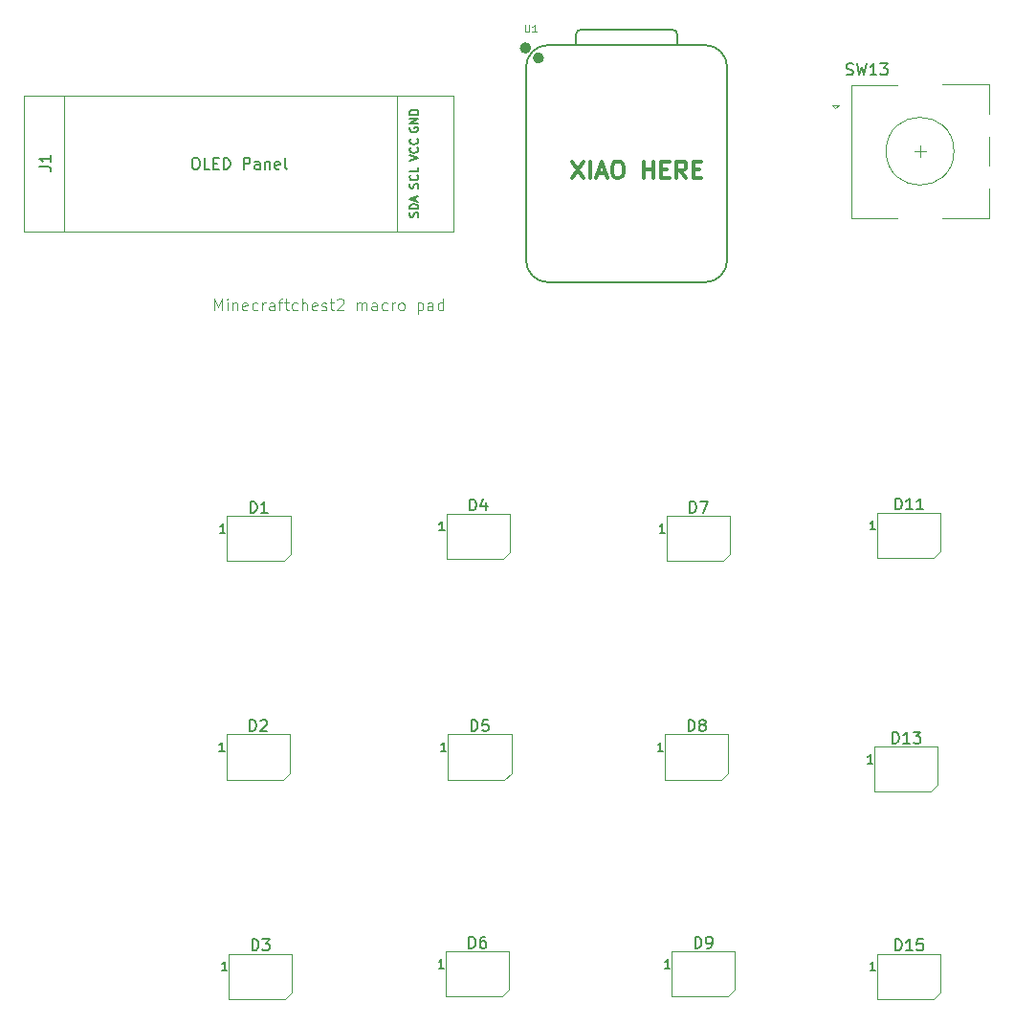
<source format=gbr>
%TF.GenerationSoftware,KiCad,Pcbnew,9.0.2-2.fc42*%
%TF.CreationDate,2025-06-07T11:28:52-05:00*%
%TF.ProjectId,macro_pad,6d616372-6f5f-4706-9164-2e6b69636164,rev?*%
%TF.SameCoordinates,Original*%
%TF.FileFunction,Legend,Top*%
%TF.FilePolarity,Positive*%
%FSLAX46Y46*%
G04 Gerber Fmt 4.6, Leading zero omitted, Abs format (unit mm)*
G04 Created by KiCad (PCBNEW 9.0.2-2.fc42) date 2025-06-07 11:28:52*
%MOMM*%
%LPD*%
G01*
G04 APERTURE LIST*
%ADD10C,0.125000*%
%ADD11C,0.300000*%
%ADD12C,0.150000*%
%ADD13C,0.101600*%
%ADD14C,0.120000*%
%ADD15C,0.127000*%
%ADD16C,0.100000*%
%ADD17C,0.504000*%
%ADD18C,0.040000*%
G04 APERTURE END LIST*
D10*
X72720331Y-42671119D02*
X72720331Y-41671119D01*
X72720331Y-41671119D02*
X73053664Y-42385404D01*
X73053664Y-42385404D02*
X73386997Y-41671119D01*
X73386997Y-41671119D02*
X73386997Y-42671119D01*
X73863188Y-42671119D02*
X73863188Y-42004452D01*
X73863188Y-41671119D02*
X73815569Y-41718738D01*
X73815569Y-41718738D02*
X73863188Y-41766357D01*
X73863188Y-41766357D02*
X73910807Y-41718738D01*
X73910807Y-41718738D02*
X73863188Y-41671119D01*
X73863188Y-41671119D02*
X73863188Y-41766357D01*
X74339378Y-42004452D02*
X74339378Y-42671119D01*
X74339378Y-42099690D02*
X74386997Y-42052071D01*
X74386997Y-42052071D02*
X74482235Y-42004452D01*
X74482235Y-42004452D02*
X74625092Y-42004452D01*
X74625092Y-42004452D02*
X74720330Y-42052071D01*
X74720330Y-42052071D02*
X74767949Y-42147309D01*
X74767949Y-42147309D02*
X74767949Y-42671119D01*
X75625092Y-42623500D02*
X75529854Y-42671119D01*
X75529854Y-42671119D02*
X75339378Y-42671119D01*
X75339378Y-42671119D02*
X75244140Y-42623500D01*
X75244140Y-42623500D02*
X75196521Y-42528261D01*
X75196521Y-42528261D02*
X75196521Y-42147309D01*
X75196521Y-42147309D02*
X75244140Y-42052071D01*
X75244140Y-42052071D02*
X75339378Y-42004452D01*
X75339378Y-42004452D02*
X75529854Y-42004452D01*
X75529854Y-42004452D02*
X75625092Y-42052071D01*
X75625092Y-42052071D02*
X75672711Y-42147309D01*
X75672711Y-42147309D02*
X75672711Y-42242547D01*
X75672711Y-42242547D02*
X75196521Y-42337785D01*
X76529854Y-42623500D02*
X76434616Y-42671119D01*
X76434616Y-42671119D02*
X76244140Y-42671119D01*
X76244140Y-42671119D02*
X76148902Y-42623500D01*
X76148902Y-42623500D02*
X76101283Y-42575880D01*
X76101283Y-42575880D02*
X76053664Y-42480642D01*
X76053664Y-42480642D02*
X76053664Y-42194928D01*
X76053664Y-42194928D02*
X76101283Y-42099690D01*
X76101283Y-42099690D02*
X76148902Y-42052071D01*
X76148902Y-42052071D02*
X76244140Y-42004452D01*
X76244140Y-42004452D02*
X76434616Y-42004452D01*
X76434616Y-42004452D02*
X76529854Y-42052071D01*
X76958426Y-42671119D02*
X76958426Y-42004452D01*
X76958426Y-42194928D02*
X77006045Y-42099690D01*
X77006045Y-42099690D02*
X77053664Y-42052071D01*
X77053664Y-42052071D02*
X77148902Y-42004452D01*
X77148902Y-42004452D02*
X77244140Y-42004452D01*
X78006045Y-42671119D02*
X78006045Y-42147309D01*
X78006045Y-42147309D02*
X77958426Y-42052071D01*
X77958426Y-42052071D02*
X77863188Y-42004452D01*
X77863188Y-42004452D02*
X77672712Y-42004452D01*
X77672712Y-42004452D02*
X77577474Y-42052071D01*
X78006045Y-42623500D02*
X77910807Y-42671119D01*
X77910807Y-42671119D02*
X77672712Y-42671119D01*
X77672712Y-42671119D02*
X77577474Y-42623500D01*
X77577474Y-42623500D02*
X77529855Y-42528261D01*
X77529855Y-42528261D02*
X77529855Y-42433023D01*
X77529855Y-42433023D02*
X77577474Y-42337785D01*
X77577474Y-42337785D02*
X77672712Y-42290166D01*
X77672712Y-42290166D02*
X77910807Y-42290166D01*
X77910807Y-42290166D02*
X78006045Y-42242547D01*
X78339379Y-42004452D02*
X78720331Y-42004452D01*
X78482236Y-42671119D02*
X78482236Y-41813976D01*
X78482236Y-41813976D02*
X78529855Y-41718738D01*
X78529855Y-41718738D02*
X78625093Y-41671119D01*
X78625093Y-41671119D02*
X78720331Y-41671119D01*
X78910808Y-42004452D02*
X79291760Y-42004452D01*
X79053665Y-41671119D02*
X79053665Y-42528261D01*
X79053665Y-42528261D02*
X79101284Y-42623500D01*
X79101284Y-42623500D02*
X79196522Y-42671119D01*
X79196522Y-42671119D02*
X79291760Y-42671119D01*
X80053665Y-42623500D02*
X79958427Y-42671119D01*
X79958427Y-42671119D02*
X79767951Y-42671119D01*
X79767951Y-42671119D02*
X79672713Y-42623500D01*
X79672713Y-42623500D02*
X79625094Y-42575880D01*
X79625094Y-42575880D02*
X79577475Y-42480642D01*
X79577475Y-42480642D02*
X79577475Y-42194928D01*
X79577475Y-42194928D02*
X79625094Y-42099690D01*
X79625094Y-42099690D02*
X79672713Y-42052071D01*
X79672713Y-42052071D02*
X79767951Y-42004452D01*
X79767951Y-42004452D02*
X79958427Y-42004452D01*
X79958427Y-42004452D02*
X80053665Y-42052071D01*
X80482237Y-42671119D02*
X80482237Y-41671119D01*
X80910808Y-42671119D02*
X80910808Y-42147309D01*
X80910808Y-42147309D02*
X80863189Y-42052071D01*
X80863189Y-42052071D02*
X80767951Y-42004452D01*
X80767951Y-42004452D02*
X80625094Y-42004452D01*
X80625094Y-42004452D02*
X80529856Y-42052071D01*
X80529856Y-42052071D02*
X80482237Y-42099690D01*
X81767951Y-42623500D02*
X81672713Y-42671119D01*
X81672713Y-42671119D02*
X81482237Y-42671119D01*
X81482237Y-42671119D02*
X81386999Y-42623500D01*
X81386999Y-42623500D02*
X81339380Y-42528261D01*
X81339380Y-42528261D02*
X81339380Y-42147309D01*
X81339380Y-42147309D02*
X81386999Y-42052071D01*
X81386999Y-42052071D02*
X81482237Y-42004452D01*
X81482237Y-42004452D02*
X81672713Y-42004452D01*
X81672713Y-42004452D02*
X81767951Y-42052071D01*
X81767951Y-42052071D02*
X81815570Y-42147309D01*
X81815570Y-42147309D02*
X81815570Y-42242547D01*
X81815570Y-42242547D02*
X81339380Y-42337785D01*
X82196523Y-42623500D02*
X82291761Y-42671119D01*
X82291761Y-42671119D02*
X82482237Y-42671119D01*
X82482237Y-42671119D02*
X82577475Y-42623500D01*
X82577475Y-42623500D02*
X82625094Y-42528261D01*
X82625094Y-42528261D02*
X82625094Y-42480642D01*
X82625094Y-42480642D02*
X82577475Y-42385404D01*
X82577475Y-42385404D02*
X82482237Y-42337785D01*
X82482237Y-42337785D02*
X82339380Y-42337785D01*
X82339380Y-42337785D02*
X82244142Y-42290166D01*
X82244142Y-42290166D02*
X82196523Y-42194928D01*
X82196523Y-42194928D02*
X82196523Y-42147309D01*
X82196523Y-42147309D02*
X82244142Y-42052071D01*
X82244142Y-42052071D02*
X82339380Y-42004452D01*
X82339380Y-42004452D02*
X82482237Y-42004452D01*
X82482237Y-42004452D02*
X82577475Y-42052071D01*
X82910809Y-42004452D02*
X83291761Y-42004452D01*
X83053666Y-41671119D02*
X83053666Y-42528261D01*
X83053666Y-42528261D02*
X83101285Y-42623500D01*
X83101285Y-42623500D02*
X83196523Y-42671119D01*
X83196523Y-42671119D02*
X83291761Y-42671119D01*
X83577476Y-41766357D02*
X83625095Y-41718738D01*
X83625095Y-41718738D02*
X83720333Y-41671119D01*
X83720333Y-41671119D02*
X83958428Y-41671119D01*
X83958428Y-41671119D02*
X84053666Y-41718738D01*
X84053666Y-41718738D02*
X84101285Y-41766357D01*
X84101285Y-41766357D02*
X84148904Y-41861595D01*
X84148904Y-41861595D02*
X84148904Y-41956833D01*
X84148904Y-41956833D02*
X84101285Y-42099690D01*
X84101285Y-42099690D02*
X83529857Y-42671119D01*
X83529857Y-42671119D02*
X84148904Y-42671119D01*
X85339381Y-42671119D02*
X85339381Y-42004452D01*
X85339381Y-42099690D02*
X85387000Y-42052071D01*
X85387000Y-42052071D02*
X85482238Y-42004452D01*
X85482238Y-42004452D02*
X85625095Y-42004452D01*
X85625095Y-42004452D02*
X85720333Y-42052071D01*
X85720333Y-42052071D02*
X85767952Y-42147309D01*
X85767952Y-42147309D02*
X85767952Y-42671119D01*
X85767952Y-42147309D02*
X85815571Y-42052071D01*
X85815571Y-42052071D02*
X85910809Y-42004452D01*
X85910809Y-42004452D02*
X86053666Y-42004452D01*
X86053666Y-42004452D02*
X86148905Y-42052071D01*
X86148905Y-42052071D02*
X86196524Y-42147309D01*
X86196524Y-42147309D02*
X86196524Y-42671119D01*
X87101285Y-42671119D02*
X87101285Y-42147309D01*
X87101285Y-42147309D02*
X87053666Y-42052071D01*
X87053666Y-42052071D02*
X86958428Y-42004452D01*
X86958428Y-42004452D02*
X86767952Y-42004452D01*
X86767952Y-42004452D02*
X86672714Y-42052071D01*
X87101285Y-42623500D02*
X87006047Y-42671119D01*
X87006047Y-42671119D02*
X86767952Y-42671119D01*
X86767952Y-42671119D02*
X86672714Y-42623500D01*
X86672714Y-42623500D02*
X86625095Y-42528261D01*
X86625095Y-42528261D02*
X86625095Y-42433023D01*
X86625095Y-42433023D02*
X86672714Y-42337785D01*
X86672714Y-42337785D02*
X86767952Y-42290166D01*
X86767952Y-42290166D02*
X87006047Y-42290166D01*
X87006047Y-42290166D02*
X87101285Y-42242547D01*
X88006047Y-42623500D02*
X87910809Y-42671119D01*
X87910809Y-42671119D02*
X87720333Y-42671119D01*
X87720333Y-42671119D02*
X87625095Y-42623500D01*
X87625095Y-42623500D02*
X87577476Y-42575880D01*
X87577476Y-42575880D02*
X87529857Y-42480642D01*
X87529857Y-42480642D02*
X87529857Y-42194928D01*
X87529857Y-42194928D02*
X87577476Y-42099690D01*
X87577476Y-42099690D02*
X87625095Y-42052071D01*
X87625095Y-42052071D02*
X87720333Y-42004452D01*
X87720333Y-42004452D02*
X87910809Y-42004452D01*
X87910809Y-42004452D02*
X88006047Y-42052071D01*
X88434619Y-42671119D02*
X88434619Y-42004452D01*
X88434619Y-42194928D02*
X88482238Y-42099690D01*
X88482238Y-42099690D02*
X88529857Y-42052071D01*
X88529857Y-42052071D02*
X88625095Y-42004452D01*
X88625095Y-42004452D02*
X88720333Y-42004452D01*
X89196524Y-42671119D02*
X89101286Y-42623500D01*
X89101286Y-42623500D02*
X89053667Y-42575880D01*
X89053667Y-42575880D02*
X89006048Y-42480642D01*
X89006048Y-42480642D02*
X89006048Y-42194928D01*
X89006048Y-42194928D02*
X89053667Y-42099690D01*
X89053667Y-42099690D02*
X89101286Y-42052071D01*
X89101286Y-42052071D02*
X89196524Y-42004452D01*
X89196524Y-42004452D02*
X89339381Y-42004452D01*
X89339381Y-42004452D02*
X89434619Y-42052071D01*
X89434619Y-42052071D02*
X89482238Y-42099690D01*
X89482238Y-42099690D02*
X89529857Y-42194928D01*
X89529857Y-42194928D02*
X89529857Y-42480642D01*
X89529857Y-42480642D02*
X89482238Y-42575880D01*
X89482238Y-42575880D02*
X89434619Y-42623500D01*
X89434619Y-42623500D02*
X89339381Y-42671119D01*
X89339381Y-42671119D02*
X89196524Y-42671119D01*
X90720334Y-42004452D02*
X90720334Y-43004452D01*
X90720334Y-42052071D02*
X90815572Y-42004452D01*
X90815572Y-42004452D02*
X91006048Y-42004452D01*
X91006048Y-42004452D02*
X91101286Y-42052071D01*
X91101286Y-42052071D02*
X91148905Y-42099690D01*
X91148905Y-42099690D02*
X91196524Y-42194928D01*
X91196524Y-42194928D02*
X91196524Y-42480642D01*
X91196524Y-42480642D02*
X91148905Y-42575880D01*
X91148905Y-42575880D02*
X91101286Y-42623500D01*
X91101286Y-42623500D02*
X91006048Y-42671119D01*
X91006048Y-42671119D02*
X90815572Y-42671119D01*
X90815572Y-42671119D02*
X90720334Y-42623500D01*
X92053667Y-42671119D02*
X92053667Y-42147309D01*
X92053667Y-42147309D02*
X92006048Y-42052071D01*
X92006048Y-42052071D02*
X91910810Y-42004452D01*
X91910810Y-42004452D02*
X91720334Y-42004452D01*
X91720334Y-42004452D02*
X91625096Y-42052071D01*
X92053667Y-42623500D02*
X91958429Y-42671119D01*
X91958429Y-42671119D02*
X91720334Y-42671119D01*
X91720334Y-42671119D02*
X91625096Y-42623500D01*
X91625096Y-42623500D02*
X91577477Y-42528261D01*
X91577477Y-42528261D02*
X91577477Y-42433023D01*
X91577477Y-42433023D02*
X91625096Y-42337785D01*
X91625096Y-42337785D02*
X91720334Y-42290166D01*
X91720334Y-42290166D02*
X91958429Y-42290166D01*
X91958429Y-42290166D02*
X92053667Y-42242547D01*
X92958429Y-42671119D02*
X92958429Y-41671119D01*
X92958429Y-42623500D02*
X92863191Y-42671119D01*
X92863191Y-42671119D02*
X92672715Y-42671119D01*
X92672715Y-42671119D02*
X92577477Y-42623500D01*
X92577477Y-42623500D02*
X92529858Y-42575880D01*
X92529858Y-42575880D02*
X92482239Y-42480642D01*
X92482239Y-42480642D02*
X92482239Y-42194928D01*
X92482239Y-42194928D02*
X92529858Y-42099690D01*
X92529858Y-42099690D02*
X92577477Y-42052071D01*
X92577477Y-42052071D02*
X92672715Y-42004452D01*
X92672715Y-42004452D02*
X92863191Y-42004452D01*
X92863191Y-42004452D02*
X92958429Y-42052071D01*
D11*
X104411653Y-29500828D02*
X105411653Y-31000828D01*
X105411653Y-29500828D02*
X104411653Y-31000828D01*
X105983081Y-31000828D02*
X105983081Y-29500828D01*
X106625939Y-30572257D02*
X107340225Y-30572257D01*
X106483082Y-31000828D02*
X106983082Y-29500828D01*
X106983082Y-29500828D02*
X107483082Y-31000828D01*
X108268796Y-29500828D02*
X108554510Y-29500828D01*
X108554510Y-29500828D02*
X108697367Y-29572257D01*
X108697367Y-29572257D02*
X108840224Y-29715114D01*
X108840224Y-29715114D02*
X108911653Y-30000828D01*
X108911653Y-30000828D02*
X108911653Y-30500828D01*
X108911653Y-30500828D02*
X108840224Y-30786542D01*
X108840224Y-30786542D02*
X108697367Y-30929400D01*
X108697367Y-30929400D02*
X108554510Y-31000828D01*
X108554510Y-31000828D02*
X108268796Y-31000828D01*
X108268796Y-31000828D02*
X108125939Y-30929400D01*
X108125939Y-30929400D02*
X107983081Y-30786542D01*
X107983081Y-30786542D02*
X107911653Y-30500828D01*
X107911653Y-30500828D02*
X107911653Y-30000828D01*
X107911653Y-30000828D02*
X107983081Y-29715114D01*
X107983081Y-29715114D02*
X108125939Y-29572257D01*
X108125939Y-29572257D02*
X108268796Y-29500828D01*
X110697367Y-31000828D02*
X110697367Y-29500828D01*
X110697367Y-30215114D02*
X111554510Y-30215114D01*
X111554510Y-31000828D02*
X111554510Y-29500828D01*
X112268796Y-30215114D02*
X112768796Y-30215114D01*
X112983082Y-31000828D02*
X112268796Y-31000828D01*
X112268796Y-31000828D02*
X112268796Y-29500828D01*
X112268796Y-29500828D02*
X112983082Y-29500828D01*
X114483082Y-31000828D02*
X113983082Y-30286542D01*
X113625939Y-31000828D02*
X113625939Y-29500828D01*
X113625939Y-29500828D02*
X114197368Y-29500828D01*
X114197368Y-29500828D02*
X114340225Y-29572257D01*
X114340225Y-29572257D02*
X114411654Y-29643685D01*
X114411654Y-29643685D02*
X114483082Y-29786542D01*
X114483082Y-29786542D02*
X114483082Y-30000828D01*
X114483082Y-30000828D02*
X114411654Y-30143685D01*
X114411654Y-30143685D02*
X114340225Y-30215114D01*
X114340225Y-30215114D02*
X114197368Y-30286542D01*
X114197368Y-30286542D02*
X113625939Y-30286542D01*
X115125939Y-30215114D02*
X115625939Y-30215114D01*
X115840225Y-31000828D02*
X115125939Y-31000828D01*
X115125939Y-31000828D02*
X115125939Y-29500828D01*
X115125939Y-29500828D02*
X115840225Y-29500828D01*
D12*
X128665476Y-21807200D02*
X128808333Y-21854819D01*
X128808333Y-21854819D02*
X129046428Y-21854819D01*
X129046428Y-21854819D02*
X129141666Y-21807200D01*
X129141666Y-21807200D02*
X129189285Y-21759580D01*
X129189285Y-21759580D02*
X129236904Y-21664342D01*
X129236904Y-21664342D02*
X129236904Y-21569104D01*
X129236904Y-21569104D02*
X129189285Y-21473866D01*
X129189285Y-21473866D02*
X129141666Y-21426247D01*
X129141666Y-21426247D02*
X129046428Y-21378628D01*
X129046428Y-21378628D02*
X128855952Y-21331009D01*
X128855952Y-21331009D02*
X128760714Y-21283390D01*
X128760714Y-21283390D02*
X128713095Y-21235771D01*
X128713095Y-21235771D02*
X128665476Y-21140533D01*
X128665476Y-21140533D02*
X128665476Y-21045295D01*
X128665476Y-21045295D02*
X128713095Y-20950057D01*
X128713095Y-20950057D02*
X128760714Y-20902438D01*
X128760714Y-20902438D02*
X128855952Y-20854819D01*
X128855952Y-20854819D02*
X129094047Y-20854819D01*
X129094047Y-20854819D02*
X129236904Y-20902438D01*
X129570238Y-20854819D02*
X129808333Y-21854819D01*
X129808333Y-21854819D02*
X129998809Y-21140533D01*
X129998809Y-21140533D02*
X130189285Y-21854819D01*
X130189285Y-21854819D02*
X130427381Y-20854819D01*
X131332142Y-21854819D02*
X130760714Y-21854819D01*
X131046428Y-21854819D02*
X131046428Y-20854819D01*
X131046428Y-20854819D02*
X130951190Y-20997676D01*
X130951190Y-20997676D02*
X130855952Y-21092914D01*
X130855952Y-21092914D02*
X130760714Y-21140533D01*
X131665476Y-20854819D02*
X132284523Y-20854819D01*
X132284523Y-20854819D02*
X131951190Y-21235771D01*
X131951190Y-21235771D02*
X132094047Y-21235771D01*
X132094047Y-21235771D02*
X132189285Y-21283390D01*
X132189285Y-21283390D02*
X132236904Y-21331009D01*
X132236904Y-21331009D02*
X132284523Y-21426247D01*
X132284523Y-21426247D02*
X132284523Y-21664342D01*
X132284523Y-21664342D02*
X132236904Y-21759580D01*
X132236904Y-21759580D02*
X132189285Y-21807200D01*
X132189285Y-21807200D02*
X132094047Y-21854819D01*
X132094047Y-21854819D02*
X131808333Y-21854819D01*
X131808333Y-21854819D02*
X131713095Y-21807200D01*
X131713095Y-21807200D02*
X131665476Y-21759580D01*
D13*
X100216190Y-17421979D02*
X100216190Y-17936026D01*
X100216190Y-17936026D02*
X100246428Y-17996502D01*
X100246428Y-17996502D02*
X100276666Y-18026741D01*
X100276666Y-18026741D02*
X100337142Y-18056979D01*
X100337142Y-18056979D02*
X100458095Y-18056979D01*
X100458095Y-18056979D02*
X100518571Y-18026741D01*
X100518571Y-18026741D02*
X100548809Y-17996502D01*
X100548809Y-17996502D02*
X100579047Y-17936026D01*
X100579047Y-17936026D02*
X100579047Y-17421979D01*
X101214047Y-18056979D02*
X100851190Y-18056979D01*
X101032618Y-18056979D02*
X101032618Y-17421979D01*
X101032618Y-17421979D02*
X100972142Y-17512693D01*
X100972142Y-17512693D02*
X100911666Y-17573169D01*
X100911666Y-17573169D02*
X100851190Y-17603407D01*
D12*
X57254819Y-29973333D02*
X57969104Y-29973333D01*
X57969104Y-29973333D02*
X58111961Y-30020952D01*
X58111961Y-30020952D02*
X58207200Y-30116190D01*
X58207200Y-30116190D02*
X58254819Y-30259047D01*
X58254819Y-30259047D02*
X58254819Y-30354285D01*
X58254819Y-28973333D02*
X58254819Y-29544761D01*
X58254819Y-29259047D02*
X57254819Y-29259047D01*
X57254819Y-29259047D02*
X57397676Y-29354285D01*
X57397676Y-29354285D02*
X57492914Y-29449523D01*
X57492914Y-29449523D02*
X57540533Y-29544761D01*
X70971428Y-29184819D02*
X71161904Y-29184819D01*
X71161904Y-29184819D02*
X71257142Y-29232438D01*
X71257142Y-29232438D02*
X71352380Y-29327676D01*
X71352380Y-29327676D02*
X71399999Y-29518152D01*
X71399999Y-29518152D02*
X71399999Y-29851485D01*
X71399999Y-29851485D02*
X71352380Y-30041961D01*
X71352380Y-30041961D02*
X71257142Y-30137200D01*
X71257142Y-30137200D02*
X71161904Y-30184819D01*
X71161904Y-30184819D02*
X70971428Y-30184819D01*
X70971428Y-30184819D02*
X70876190Y-30137200D01*
X70876190Y-30137200D02*
X70780952Y-30041961D01*
X70780952Y-30041961D02*
X70733333Y-29851485D01*
X70733333Y-29851485D02*
X70733333Y-29518152D01*
X70733333Y-29518152D02*
X70780952Y-29327676D01*
X70780952Y-29327676D02*
X70876190Y-29232438D01*
X70876190Y-29232438D02*
X70971428Y-29184819D01*
X72304761Y-30184819D02*
X71828571Y-30184819D01*
X71828571Y-30184819D02*
X71828571Y-29184819D01*
X72638095Y-29661009D02*
X72971428Y-29661009D01*
X73114285Y-30184819D02*
X72638095Y-30184819D01*
X72638095Y-30184819D02*
X72638095Y-29184819D01*
X72638095Y-29184819D02*
X73114285Y-29184819D01*
X73542857Y-30184819D02*
X73542857Y-29184819D01*
X73542857Y-29184819D02*
X73780952Y-29184819D01*
X73780952Y-29184819D02*
X73923809Y-29232438D01*
X73923809Y-29232438D02*
X74019047Y-29327676D01*
X74019047Y-29327676D02*
X74066666Y-29422914D01*
X74066666Y-29422914D02*
X74114285Y-29613390D01*
X74114285Y-29613390D02*
X74114285Y-29756247D01*
X74114285Y-29756247D02*
X74066666Y-29946723D01*
X74066666Y-29946723D02*
X74019047Y-30041961D01*
X74019047Y-30041961D02*
X73923809Y-30137200D01*
X73923809Y-30137200D02*
X73780952Y-30184819D01*
X73780952Y-30184819D02*
X73542857Y-30184819D01*
X75304762Y-30184819D02*
X75304762Y-29184819D01*
X75304762Y-29184819D02*
X75685714Y-29184819D01*
X75685714Y-29184819D02*
X75780952Y-29232438D01*
X75780952Y-29232438D02*
X75828571Y-29280057D01*
X75828571Y-29280057D02*
X75876190Y-29375295D01*
X75876190Y-29375295D02*
X75876190Y-29518152D01*
X75876190Y-29518152D02*
X75828571Y-29613390D01*
X75828571Y-29613390D02*
X75780952Y-29661009D01*
X75780952Y-29661009D02*
X75685714Y-29708628D01*
X75685714Y-29708628D02*
X75304762Y-29708628D01*
X76733333Y-30184819D02*
X76733333Y-29661009D01*
X76733333Y-29661009D02*
X76685714Y-29565771D01*
X76685714Y-29565771D02*
X76590476Y-29518152D01*
X76590476Y-29518152D02*
X76400000Y-29518152D01*
X76400000Y-29518152D02*
X76304762Y-29565771D01*
X76733333Y-30137200D02*
X76638095Y-30184819D01*
X76638095Y-30184819D02*
X76400000Y-30184819D01*
X76400000Y-30184819D02*
X76304762Y-30137200D01*
X76304762Y-30137200D02*
X76257143Y-30041961D01*
X76257143Y-30041961D02*
X76257143Y-29946723D01*
X76257143Y-29946723D02*
X76304762Y-29851485D01*
X76304762Y-29851485D02*
X76400000Y-29803866D01*
X76400000Y-29803866D02*
X76638095Y-29803866D01*
X76638095Y-29803866D02*
X76733333Y-29756247D01*
X77209524Y-29518152D02*
X77209524Y-30184819D01*
X77209524Y-29613390D02*
X77257143Y-29565771D01*
X77257143Y-29565771D02*
X77352381Y-29518152D01*
X77352381Y-29518152D02*
X77495238Y-29518152D01*
X77495238Y-29518152D02*
X77590476Y-29565771D01*
X77590476Y-29565771D02*
X77638095Y-29661009D01*
X77638095Y-29661009D02*
X77638095Y-30184819D01*
X78495238Y-30137200D02*
X78400000Y-30184819D01*
X78400000Y-30184819D02*
X78209524Y-30184819D01*
X78209524Y-30184819D02*
X78114286Y-30137200D01*
X78114286Y-30137200D02*
X78066667Y-30041961D01*
X78066667Y-30041961D02*
X78066667Y-29661009D01*
X78066667Y-29661009D02*
X78114286Y-29565771D01*
X78114286Y-29565771D02*
X78209524Y-29518152D01*
X78209524Y-29518152D02*
X78400000Y-29518152D01*
X78400000Y-29518152D02*
X78495238Y-29565771D01*
X78495238Y-29565771D02*
X78542857Y-29661009D01*
X78542857Y-29661009D02*
X78542857Y-29756247D01*
X78542857Y-29756247D02*
X78066667Y-29851485D01*
X79114286Y-30184819D02*
X79019048Y-30137200D01*
X79019048Y-30137200D02*
X78971429Y-30041961D01*
X78971429Y-30041961D02*
X78971429Y-29184819D01*
X90024878Y-26491428D02*
X89989164Y-26562857D01*
X89989164Y-26562857D02*
X89989164Y-26669999D01*
X89989164Y-26669999D02*
X90024878Y-26777142D01*
X90024878Y-26777142D02*
X90096307Y-26848571D01*
X90096307Y-26848571D02*
X90167735Y-26884285D01*
X90167735Y-26884285D02*
X90310592Y-26919999D01*
X90310592Y-26919999D02*
X90417735Y-26919999D01*
X90417735Y-26919999D02*
X90560592Y-26884285D01*
X90560592Y-26884285D02*
X90632021Y-26848571D01*
X90632021Y-26848571D02*
X90703450Y-26777142D01*
X90703450Y-26777142D02*
X90739164Y-26669999D01*
X90739164Y-26669999D02*
X90739164Y-26598571D01*
X90739164Y-26598571D02*
X90703450Y-26491428D01*
X90703450Y-26491428D02*
X90667735Y-26455714D01*
X90667735Y-26455714D02*
X90417735Y-26455714D01*
X90417735Y-26455714D02*
X90417735Y-26598571D01*
X90739164Y-26134285D02*
X89989164Y-26134285D01*
X89989164Y-26134285D02*
X90739164Y-25705714D01*
X90739164Y-25705714D02*
X89989164Y-25705714D01*
X90739164Y-25348571D02*
X89989164Y-25348571D01*
X89989164Y-25348571D02*
X89989164Y-25170000D01*
X89989164Y-25170000D02*
X90024878Y-25062857D01*
X90024878Y-25062857D02*
X90096307Y-24991428D01*
X90096307Y-24991428D02*
X90167735Y-24955714D01*
X90167735Y-24955714D02*
X90310592Y-24920000D01*
X90310592Y-24920000D02*
X90417735Y-24920000D01*
X90417735Y-24920000D02*
X90560592Y-24955714D01*
X90560592Y-24955714D02*
X90632021Y-24991428D01*
X90632021Y-24991428D02*
X90703450Y-25062857D01*
X90703450Y-25062857D02*
X90739164Y-25170000D01*
X90739164Y-25170000D02*
X90739164Y-25348571D01*
X89989164Y-29459999D02*
X90739164Y-29209999D01*
X90739164Y-29209999D02*
X89989164Y-28959999D01*
X90667735Y-28281428D02*
X90703450Y-28317142D01*
X90703450Y-28317142D02*
X90739164Y-28424285D01*
X90739164Y-28424285D02*
X90739164Y-28495713D01*
X90739164Y-28495713D02*
X90703450Y-28602856D01*
X90703450Y-28602856D02*
X90632021Y-28674285D01*
X90632021Y-28674285D02*
X90560592Y-28709999D01*
X90560592Y-28709999D02*
X90417735Y-28745713D01*
X90417735Y-28745713D02*
X90310592Y-28745713D01*
X90310592Y-28745713D02*
X90167735Y-28709999D01*
X90167735Y-28709999D02*
X90096307Y-28674285D01*
X90096307Y-28674285D02*
X90024878Y-28602856D01*
X90024878Y-28602856D02*
X89989164Y-28495713D01*
X89989164Y-28495713D02*
X89989164Y-28424285D01*
X89989164Y-28424285D02*
X90024878Y-28317142D01*
X90024878Y-28317142D02*
X90060592Y-28281428D01*
X90667735Y-27531428D02*
X90703450Y-27567142D01*
X90703450Y-27567142D02*
X90739164Y-27674285D01*
X90739164Y-27674285D02*
X90739164Y-27745713D01*
X90739164Y-27745713D02*
X90703450Y-27852856D01*
X90703450Y-27852856D02*
X90632021Y-27924285D01*
X90632021Y-27924285D02*
X90560592Y-27959999D01*
X90560592Y-27959999D02*
X90417735Y-27995713D01*
X90417735Y-27995713D02*
X90310592Y-27995713D01*
X90310592Y-27995713D02*
X90167735Y-27959999D01*
X90167735Y-27959999D02*
X90096307Y-27924285D01*
X90096307Y-27924285D02*
X90024878Y-27852856D01*
X90024878Y-27852856D02*
X89989164Y-27745713D01*
X89989164Y-27745713D02*
X89989164Y-27674285D01*
X89989164Y-27674285D02*
X90024878Y-27567142D01*
X90024878Y-27567142D02*
X90060592Y-27531428D01*
X90703450Y-31892856D02*
X90739164Y-31785714D01*
X90739164Y-31785714D02*
X90739164Y-31607142D01*
X90739164Y-31607142D02*
X90703450Y-31535714D01*
X90703450Y-31535714D02*
X90667735Y-31499999D01*
X90667735Y-31499999D02*
X90596307Y-31464285D01*
X90596307Y-31464285D02*
X90524878Y-31464285D01*
X90524878Y-31464285D02*
X90453450Y-31499999D01*
X90453450Y-31499999D02*
X90417735Y-31535714D01*
X90417735Y-31535714D02*
X90382021Y-31607142D01*
X90382021Y-31607142D02*
X90346307Y-31749999D01*
X90346307Y-31749999D02*
X90310592Y-31821428D01*
X90310592Y-31821428D02*
X90274878Y-31857142D01*
X90274878Y-31857142D02*
X90203450Y-31892856D01*
X90203450Y-31892856D02*
X90132021Y-31892856D01*
X90132021Y-31892856D02*
X90060592Y-31857142D01*
X90060592Y-31857142D02*
X90024878Y-31821428D01*
X90024878Y-31821428D02*
X89989164Y-31749999D01*
X89989164Y-31749999D02*
X89989164Y-31571428D01*
X89989164Y-31571428D02*
X90024878Y-31464285D01*
X90667735Y-30714285D02*
X90703450Y-30749999D01*
X90703450Y-30749999D02*
X90739164Y-30857142D01*
X90739164Y-30857142D02*
X90739164Y-30928570D01*
X90739164Y-30928570D02*
X90703450Y-31035713D01*
X90703450Y-31035713D02*
X90632021Y-31107142D01*
X90632021Y-31107142D02*
X90560592Y-31142856D01*
X90560592Y-31142856D02*
X90417735Y-31178570D01*
X90417735Y-31178570D02*
X90310592Y-31178570D01*
X90310592Y-31178570D02*
X90167735Y-31142856D01*
X90167735Y-31142856D02*
X90096307Y-31107142D01*
X90096307Y-31107142D02*
X90024878Y-31035713D01*
X90024878Y-31035713D02*
X89989164Y-30928570D01*
X89989164Y-30928570D02*
X89989164Y-30857142D01*
X89989164Y-30857142D02*
X90024878Y-30749999D01*
X90024878Y-30749999D02*
X90060592Y-30714285D01*
X90739164Y-30035713D02*
X90739164Y-30392856D01*
X90739164Y-30392856D02*
X89989164Y-30392856D01*
X90703450Y-34450713D02*
X90739164Y-34343571D01*
X90739164Y-34343571D02*
X90739164Y-34164999D01*
X90739164Y-34164999D02*
X90703450Y-34093571D01*
X90703450Y-34093571D02*
X90667735Y-34057856D01*
X90667735Y-34057856D02*
X90596307Y-34022142D01*
X90596307Y-34022142D02*
X90524878Y-34022142D01*
X90524878Y-34022142D02*
X90453450Y-34057856D01*
X90453450Y-34057856D02*
X90417735Y-34093571D01*
X90417735Y-34093571D02*
X90382021Y-34164999D01*
X90382021Y-34164999D02*
X90346307Y-34307856D01*
X90346307Y-34307856D02*
X90310592Y-34379285D01*
X90310592Y-34379285D02*
X90274878Y-34414999D01*
X90274878Y-34414999D02*
X90203450Y-34450713D01*
X90203450Y-34450713D02*
X90132021Y-34450713D01*
X90132021Y-34450713D02*
X90060592Y-34414999D01*
X90060592Y-34414999D02*
X90024878Y-34379285D01*
X90024878Y-34379285D02*
X89989164Y-34307856D01*
X89989164Y-34307856D02*
X89989164Y-34129285D01*
X89989164Y-34129285D02*
X90024878Y-34022142D01*
X90739164Y-33700713D02*
X89989164Y-33700713D01*
X89989164Y-33700713D02*
X89989164Y-33522142D01*
X89989164Y-33522142D02*
X90024878Y-33414999D01*
X90024878Y-33414999D02*
X90096307Y-33343570D01*
X90096307Y-33343570D02*
X90167735Y-33307856D01*
X90167735Y-33307856D02*
X90310592Y-33272142D01*
X90310592Y-33272142D02*
X90417735Y-33272142D01*
X90417735Y-33272142D02*
X90560592Y-33307856D01*
X90560592Y-33307856D02*
X90632021Y-33343570D01*
X90632021Y-33343570D02*
X90703450Y-33414999D01*
X90703450Y-33414999D02*
X90739164Y-33522142D01*
X90739164Y-33522142D02*
X90739164Y-33700713D01*
X90524878Y-32986427D02*
X90524878Y-32629285D01*
X90739164Y-33057856D02*
X89989164Y-32807856D01*
X89989164Y-32807856D02*
X90739164Y-32557856D01*
X132985714Y-99304819D02*
X132985714Y-98304819D01*
X132985714Y-98304819D02*
X133223809Y-98304819D01*
X133223809Y-98304819D02*
X133366666Y-98352438D01*
X133366666Y-98352438D02*
X133461904Y-98447676D01*
X133461904Y-98447676D02*
X133509523Y-98542914D01*
X133509523Y-98542914D02*
X133557142Y-98733390D01*
X133557142Y-98733390D02*
X133557142Y-98876247D01*
X133557142Y-98876247D02*
X133509523Y-99066723D01*
X133509523Y-99066723D02*
X133461904Y-99161961D01*
X133461904Y-99161961D02*
X133366666Y-99257200D01*
X133366666Y-99257200D02*
X133223809Y-99304819D01*
X133223809Y-99304819D02*
X132985714Y-99304819D01*
X134509523Y-99304819D02*
X133938095Y-99304819D01*
X134223809Y-99304819D02*
X134223809Y-98304819D01*
X134223809Y-98304819D02*
X134128571Y-98447676D01*
X134128571Y-98447676D02*
X134033333Y-98542914D01*
X134033333Y-98542914D02*
X133938095Y-98590533D01*
X135414285Y-98304819D02*
X134938095Y-98304819D01*
X134938095Y-98304819D02*
X134890476Y-98781009D01*
X134890476Y-98781009D02*
X134938095Y-98733390D01*
X134938095Y-98733390D02*
X135033333Y-98685771D01*
X135033333Y-98685771D02*
X135271428Y-98685771D01*
X135271428Y-98685771D02*
X135366666Y-98733390D01*
X135366666Y-98733390D02*
X135414285Y-98781009D01*
X135414285Y-98781009D02*
X135461904Y-98876247D01*
X135461904Y-98876247D02*
X135461904Y-99114342D01*
X135461904Y-99114342D02*
X135414285Y-99209580D01*
X135414285Y-99209580D02*
X135366666Y-99257200D01*
X135366666Y-99257200D02*
X135271428Y-99304819D01*
X135271428Y-99304819D02*
X135033333Y-99304819D01*
X135033333Y-99304819D02*
X134938095Y-99257200D01*
X134938095Y-99257200D02*
X134890476Y-99209580D01*
X131228571Y-101087295D02*
X130771428Y-101087295D01*
X131000000Y-101087295D02*
X131000000Y-100287295D01*
X131000000Y-100287295D02*
X130923809Y-100401580D01*
X130923809Y-100401580D02*
X130847619Y-100477771D01*
X130847619Y-100477771D02*
X130771428Y-100515866D01*
X132735714Y-80979819D02*
X132735714Y-79979819D01*
X132735714Y-79979819D02*
X132973809Y-79979819D01*
X132973809Y-79979819D02*
X133116666Y-80027438D01*
X133116666Y-80027438D02*
X133211904Y-80122676D01*
X133211904Y-80122676D02*
X133259523Y-80217914D01*
X133259523Y-80217914D02*
X133307142Y-80408390D01*
X133307142Y-80408390D02*
X133307142Y-80551247D01*
X133307142Y-80551247D02*
X133259523Y-80741723D01*
X133259523Y-80741723D02*
X133211904Y-80836961D01*
X133211904Y-80836961D02*
X133116666Y-80932200D01*
X133116666Y-80932200D02*
X132973809Y-80979819D01*
X132973809Y-80979819D02*
X132735714Y-80979819D01*
X134259523Y-80979819D02*
X133688095Y-80979819D01*
X133973809Y-80979819D02*
X133973809Y-79979819D01*
X133973809Y-79979819D02*
X133878571Y-80122676D01*
X133878571Y-80122676D02*
X133783333Y-80217914D01*
X133783333Y-80217914D02*
X133688095Y-80265533D01*
X134592857Y-79979819D02*
X135211904Y-79979819D01*
X135211904Y-79979819D02*
X134878571Y-80360771D01*
X134878571Y-80360771D02*
X135021428Y-80360771D01*
X135021428Y-80360771D02*
X135116666Y-80408390D01*
X135116666Y-80408390D02*
X135164285Y-80456009D01*
X135164285Y-80456009D02*
X135211904Y-80551247D01*
X135211904Y-80551247D02*
X135211904Y-80789342D01*
X135211904Y-80789342D02*
X135164285Y-80884580D01*
X135164285Y-80884580D02*
X135116666Y-80932200D01*
X135116666Y-80932200D02*
X135021428Y-80979819D01*
X135021428Y-80979819D02*
X134735714Y-80979819D01*
X134735714Y-80979819D02*
X134640476Y-80932200D01*
X134640476Y-80932200D02*
X134592857Y-80884580D01*
X130978571Y-82762295D02*
X130521428Y-82762295D01*
X130750000Y-82762295D02*
X130750000Y-81962295D01*
X130750000Y-81962295D02*
X130673809Y-82076580D01*
X130673809Y-82076580D02*
X130597619Y-82152771D01*
X130597619Y-82152771D02*
X130521428Y-82190866D01*
X132985714Y-60304819D02*
X132985714Y-59304819D01*
X132985714Y-59304819D02*
X133223809Y-59304819D01*
X133223809Y-59304819D02*
X133366666Y-59352438D01*
X133366666Y-59352438D02*
X133461904Y-59447676D01*
X133461904Y-59447676D02*
X133509523Y-59542914D01*
X133509523Y-59542914D02*
X133557142Y-59733390D01*
X133557142Y-59733390D02*
X133557142Y-59876247D01*
X133557142Y-59876247D02*
X133509523Y-60066723D01*
X133509523Y-60066723D02*
X133461904Y-60161961D01*
X133461904Y-60161961D02*
X133366666Y-60257200D01*
X133366666Y-60257200D02*
X133223809Y-60304819D01*
X133223809Y-60304819D02*
X132985714Y-60304819D01*
X134509523Y-60304819D02*
X133938095Y-60304819D01*
X134223809Y-60304819D02*
X134223809Y-59304819D01*
X134223809Y-59304819D02*
X134128571Y-59447676D01*
X134128571Y-59447676D02*
X134033333Y-59542914D01*
X134033333Y-59542914D02*
X133938095Y-59590533D01*
X135461904Y-60304819D02*
X134890476Y-60304819D01*
X135176190Y-60304819D02*
X135176190Y-59304819D01*
X135176190Y-59304819D02*
X135080952Y-59447676D01*
X135080952Y-59447676D02*
X134985714Y-59542914D01*
X134985714Y-59542914D02*
X134890476Y-59590533D01*
X131228571Y-62087295D02*
X130771428Y-62087295D01*
X131000000Y-62087295D02*
X131000000Y-61287295D01*
X131000000Y-61287295D02*
X130923809Y-61401580D01*
X130923809Y-61401580D02*
X130847619Y-61477771D01*
X130847619Y-61477771D02*
X130771428Y-61515866D01*
X115261905Y-99104819D02*
X115261905Y-98104819D01*
X115261905Y-98104819D02*
X115500000Y-98104819D01*
X115500000Y-98104819D02*
X115642857Y-98152438D01*
X115642857Y-98152438D02*
X115738095Y-98247676D01*
X115738095Y-98247676D02*
X115785714Y-98342914D01*
X115785714Y-98342914D02*
X115833333Y-98533390D01*
X115833333Y-98533390D02*
X115833333Y-98676247D01*
X115833333Y-98676247D02*
X115785714Y-98866723D01*
X115785714Y-98866723D02*
X115738095Y-98961961D01*
X115738095Y-98961961D02*
X115642857Y-99057200D01*
X115642857Y-99057200D02*
X115500000Y-99104819D01*
X115500000Y-99104819D02*
X115261905Y-99104819D01*
X116309524Y-99104819D02*
X116500000Y-99104819D01*
X116500000Y-99104819D02*
X116595238Y-99057200D01*
X116595238Y-99057200D02*
X116642857Y-99009580D01*
X116642857Y-99009580D02*
X116738095Y-98866723D01*
X116738095Y-98866723D02*
X116785714Y-98676247D01*
X116785714Y-98676247D02*
X116785714Y-98295295D01*
X116785714Y-98295295D02*
X116738095Y-98200057D01*
X116738095Y-98200057D02*
X116690476Y-98152438D01*
X116690476Y-98152438D02*
X116595238Y-98104819D01*
X116595238Y-98104819D02*
X116404762Y-98104819D01*
X116404762Y-98104819D02*
X116309524Y-98152438D01*
X116309524Y-98152438D02*
X116261905Y-98200057D01*
X116261905Y-98200057D02*
X116214286Y-98295295D01*
X116214286Y-98295295D02*
X116214286Y-98533390D01*
X116214286Y-98533390D02*
X116261905Y-98628628D01*
X116261905Y-98628628D02*
X116309524Y-98676247D01*
X116309524Y-98676247D02*
X116404762Y-98723866D01*
X116404762Y-98723866D02*
X116595238Y-98723866D01*
X116595238Y-98723866D02*
X116690476Y-98676247D01*
X116690476Y-98676247D02*
X116738095Y-98628628D01*
X116738095Y-98628628D02*
X116785714Y-98533390D01*
X113028571Y-100887295D02*
X112571428Y-100887295D01*
X112800000Y-100887295D02*
X112800000Y-100087295D01*
X112800000Y-100087295D02*
X112723809Y-100201580D01*
X112723809Y-100201580D02*
X112647619Y-100277771D01*
X112647619Y-100277771D02*
X112571428Y-100315866D01*
X114661905Y-79904819D02*
X114661905Y-78904819D01*
X114661905Y-78904819D02*
X114900000Y-78904819D01*
X114900000Y-78904819D02*
X115042857Y-78952438D01*
X115042857Y-78952438D02*
X115138095Y-79047676D01*
X115138095Y-79047676D02*
X115185714Y-79142914D01*
X115185714Y-79142914D02*
X115233333Y-79333390D01*
X115233333Y-79333390D02*
X115233333Y-79476247D01*
X115233333Y-79476247D02*
X115185714Y-79666723D01*
X115185714Y-79666723D02*
X115138095Y-79761961D01*
X115138095Y-79761961D02*
X115042857Y-79857200D01*
X115042857Y-79857200D02*
X114900000Y-79904819D01*
X114900000Y-79904819D02*
X114661905Y-79904819D01*
X115804762Y-79333390D02*
X115709524Y-79285771D01*
X115709524Y-79285771D02*
X115661905Y-79238152D01*
X115661905Y-79238152D02*
X115614286Y-79142914D01*
X115614286Y-79142914D02*
X115614286Y-79095295D01*
X115614286Y-79095295D02*
X115661905Y-79000057D01*
X115661905Y-79000057D02*
X115709524Y-78952438D01*
X115709524Y-78952438D02*
X115804762Y-78904819D01*
X115804762Y-78904819D02*
X115995238Y-78904819D01*
X115995238Y-78904819D02*
X116090476Y-78952438D01*
X116090476Y-78952438D02*
X116138095Y-79000057D01*
X116138095Y-79000057D02*
X116185714Y-79095295D01*
X116185714Y-79095295D02*
X116185714Y-79142914D01*
X116185714Y-79142914D02*
X116138095Y-79238152D01*
X116138095Y-79238152D02*
X116090476Y-79285771D01*
X116090476Y-79285771D02*
X115995238Y-79333390D01*
X115995238Y-79333390D02*
X115804762Y-79333390D01*
X115804762Y-79333390D02*
X115709524Y-79381009D01*
X115709524Y-79381009D02*
X115661905Y-79428628D01*
X115661905Y-79428628D02*
X115614286Y-79523866D01*
X115614286Y-79523866D02*
X115614286Y-79714342D01*
X115614286Y-79714342D02*
X115661905Y-79809580D01*
X115661905Y-79809580D02*
X115709524Y-79857200D01*
X115709524Y-79857200D02*
X115804762Y-79904819D01*
X115804762Y-79904819D02*
X115995238Y-79904819D01*
X115995238Y-79904819D02*
X116090476Y-79857200D01*
X116090476Y-79857200D02*
X116138095Y-79809580D01*
X116138095Y-79809580D02*
X116185714Y-79714342D01*
X116185714Y-79714342D02*
X116185714Y-79523866D01*
X116185714Y-79523866D02*
X116138095Y-79428628D01*
X116138095Y-79428628D02*
X116090476Y-79381009D01*
X116090476Y-79381009D02*
X115995238Y-79333390D01*
X112428571Y-81687295D02*
X111971428Y-81687295D01*
X112200000Y-81687295D02*
X112200000Y-80887295D01*
X112200000Y-80887295D02*
X112123809Y-81001580D01*
X112123809Y-81001580D02*
X112047619Y-81077771D01*
X112047619Y-81077771D02*
X111971428Y-81115866D01*
X114811905Y-60579819D02*
X114811905Y-59579819D01*
X114811905Y-59579819D02*
X115050000Y-59579819D01*
X115050000Y-59579819D02*
X115192857Y-59627438D01*
X115192857Y-59627438D02*
X115288095Y-59722676D01*
X115288095Y-59722676D02*
X115335714Y-59817914D01*
X115335714Y-59817914D02*
X115383333Y-60008390D01*
X115383333Y-60008390D02*
X115383333Y-60151247D01*
X115383333Y-60151247D02*
X115335714Y-60341723D01*
X115335714Y-60341723D02*
X115288095Y-60436961D01*
X115288095Y-60436961D02*
X115192857Y-60532200D01*
X115192857Y-60532200D02*
X115050000Y-60579819D01*
X115050000Y-60579819D02*
X114811905Y-60579819D01*
X115716667Y-59579819D02*
X116383333Y-59579819D01*
X116383333Y-59579819D02*
X115954762Y-60579819D01*
X112578571Y-62362295D02*
X112121428Y-62362295D01*
X112350000Y-62362295D02*
X112350000Y-61562295D01*
X112350000Y-61562295D02*
X112273809Y-61676580D01*
X112273809Y-61676580D02*
X112197619Y-61752771D01*
X112197619Y-61752771D02*
X112121428Y-61790866D01*
X95261905Y-99104819D02*
X95261905Y-98104819D01*
X95261905Y-98104819D02*
X95500000Y-98104819D01*
X95500000Y-98104819D02*
X95642857Y-98152438D01*
X95642857Y-98152438D02*
X95738095Y-98247676D01*
X95738095Y-98247676D02*
X95785714Y-98342914D01*
X95785714Y-98342914D02*
X95833333Y-98533390D01*
X95833333Y-98533390D02*
X95833333Y-98676247D01*
X95833333Y-98676247D02*
X95785714Y-98866723D01*
X95785714Y-98866723D02*
X95738095Y-98961961D01*
X95738095Y-98961961D02*
X95642857Y-99057200D01*
X95642857Y-99057200D02*
X95500000Y-99104819D01*
X95500000Y-99104819D02*
X95261905Y-99104819D01*
X96690476Y-98104819D02*
X96500000Y-98104819D01*
X96500000Y-98104819D02*
X96404762Y-98152438D01*
X96404762Y-98152438D02*
X96357143Y-98200057D01*
X96357143Y-98200057D02*
X96261905Y-98342914D01*
X96261905Y-98342914D02*
X96214286Y-98533390D01*
X96214286Y-98533390D02*
X96214286Y-98914342D01*
X96214286Y-98914342D02*
X96261905Y-99009580D01*
X96261905Y-99009580D02*
X96309524Y-99057200D01*
X96309524Y-99057200D02*
X96404762Y-99104819D01*
X96404762Y-99104819D02*
X96595238Y-99104819D01*
X96595238Y-99104819D02*
X96690476Y-99057200D01*
X96690476Y-99057200D02*
X96738095Y-99009580D01*
X96738095Y-99009580D02*
X96785714Y-98914342D01*
X96785714Y-98914342D02*
X96785714Y-98676247D01*
X96785714Y-98676247D02*
X96738095Y-98581009D01*
X96738095Y-98581009D02*
X96690476Y-98533390D01*
X96690476Y-98533390D02*
X96595238Y-98485771D01*
X96595238Y-98485771D02*
X96404762Y-98485771D01*
X96404762Y-98485771D02*
X96309524Y-98533390D01*
X96309524Y-98533390D02*
X96261905Y-98581009D01*
X96261905Y-98581009D02*
X96214286Y-98676247D01*
X93028571Y-100887295D02*
X92571428Y-100887295D01*
X92800000Y-100887295D02*
X92800000Y-100087295D01*
X92800000Y-100087295D02*
X92723809Y-100201580D01*
X92723809Y-100201580D02*
X92647619Y-100277771D01*
X92647619Y-100277771D02*
X92571428Y-100315866D01*
X95461905Y-79904819D02*
X95461905Y-78904819D01*
X95461905Y-78904819D02*
X95700000Y-78904819D01*
X95700000Y-78904819D02*
X95842857Y-78952438D01*
X95842857Y-78952438D02*
X95938095Y-79047676D01*
X95938095Y-79047676D02*
X95985714Y-79142914D01*
X95985714Y-79142914D02*
X96033333Y-79333390D01*
X96033333Y-79333390D02*
X96033333Y-79476247D01*
X96033333Y-79476247D02*
X95985714Y-79666723D01*
X95985714Y-79666723D02*
X95938095Y-79761961D01*
X95938095Y-79761961D02*
X95842857Y-79857200D01*
X95842857Y-79857200D02*
X95700000Y-79904819D01*
X95700000Y-79904819D02*
X95461905Y-79904819D01*
X96938095Y-78904819D02*
X96461905Y-78904819D01*
X96461905Y-78904819D02*
X96414286Y-79381009D01*
X96414286Y-79381009D02*
X96461905Y-79333390D01*
X96461905Y-79333390D02*
X96557143Y-79285771D01*
X96557143Y-79285771D02*
X96795238Y-79285771D01*
X96795238Y-79285771D02*
X96890476Y-79333390D01*
X96890476Y-79333390D02*
X96938095Y-79381009D01*
X96938095Y-79381009D02*
X96985714Y-79476247D01*
X96985714Y-79476247D02*
X96985714Y-79714342D01*
X96985714Y-79714342D02*
X96938095Y-79809580D01*
X96938095Y-79809580D02*
X96890476Y-79857200D01*
X96890476Y-79857200D02*
X96795238Y-79904819D01*
X96795238Y-79904819D02*
X96557143Y-79904819D01*
X96557143Y-79904819D02*
X96461905Y-79857200D01*
X96461905Y-79857200D02*
X96414286Y-79809580D01*
X93228571Y-81687295D02*
X92771428Y-81687295D01*
X93000000Y-81687295D02*
X93000000Y-80887295D01*
X93000000Y-80887295D02*
X92923809Y-81001580D01*
X92923809Y-81001580D02*
X92847619Y-81077771D01*
X92847619Y-81077771D02*
X92771428Y-81115866D01*
X95311905Y-60379819D02*
X95311905Y-59379819D01*
X95311905Y-59379819D02*
X95550000Y-59379819D01*
X95550000Y-59379819D02*
X95692857Y-59427438D01*
X95692857Y-59427438D02*
X95788095Y-59522676D01*
X95788095Y-59522676D02*
X95835714Y-59617914D01*
X95835714Y-59617914D02*
X95883333Y-59808390D01*
X95883333Y-59808390D02*
X95883333Y-59951247D01*
X95883333Y-59951247D02*
X95835714Y-60141723D01*
X95835714Y-60141723D02*
X95788095Y-60236961D01*
X95788095Y-60236961D02*
X95692857Y-60332200D01*
X95692857Y-60332200D02*
X95550000Y-60379819D01*
X95550000Y-60379819D02*
X95311905Y-60379819D01*
X96740476Y-59713152D02*
X96740476Y-60379819D01*
X96502381Y-59332200D02*
X96264286Y-60046485D01*
X96264286Y-60046485D02*
X96883333Y-60046485D01*
X93078571Y-62162295D02*
X92621428Y-62162295D01*
X92850000Y-62162295D02*
X92850000Y-61362295D01*
X92850000Y-61362295D02*
X92773809Y-61476580D01*
X92773809Y-61476580D02*
X92697619Y-61552771D01*
X92697619Y-61552771D02*
X92621428Y-61590866D01*
X76061905Y-99304819D02*
X76061905Y-98304819D01*
X76061905Y-98304819D02*
X76300000Y-98304819D01*
X76300000Y-98304819D02*
X76442857Y-98352438D01*
X76442857Y-98352438D02*
X76538095Y-98447676D01*
X76538095Y-98447676D02*
X76585714Y-98542914D01*
X76585714Y-98542914D02*
X76633333Y-98733390D01*
X76633333Y-98733390D02*
X76633333Y-98876247D01*
X76633333Y-98876247D02*
X76585714Y-99066723D01*
X76585714Y-99066723D02*
X76538095Y-99161961D01*
X76538095Y-99161961D02*
X76442857Y-99257200D01*
X76442857Y-99257200D02*
X76300000Y-99304819D01*
X76300000Y-99304819D02*
X76061905Y-99304819D01*
X76966667Y-98304819D02*
X77585714Y-98304819D01*
X77585714Y-98304819D02*
X77252381Y-98685771D01*
X77252381Y-98685771D02*
X77395238Y-98685771D01*
X77395238Y-98685771D02*
X77490476Y-98733390D01*
X77490476Y-98733390D02*
X77538095Y-98781009D01*
X77538095Y-98781009D02*
X77585714Y-98876247D01*
X77585714Y-98876247D02*
X77585714Y-99114342D01*
X77585714Y-99114342D02*
X77538095Y-99209580D01*
X77538095Y-99209580D02*
X77490476Y-99257200D01*
X77490476Y-99257200D02*
X77395238Y-99304819D01*
X77395238Y-99304819D02*
X77109524Y-99304819D01*
X77109524Y-99304819D02*
X77014286Y-99257200D01*
X77014286Y-99257200D02*
X76966667Y-99209580D01*
X73828571Y-101087295D02*
X73371428Y-101087295D01*
X73600000Y-101087295D02*
X73600000Y-100287295D01*
X73600000Y-100287295D02*
X73523809Y-100401580D01*
X73523809Y-100401580D02*
X73447619Y-100477771D01*
X73447619Y-100477771D02*
X73371428Y-100515866D01*
X75861905Y-79904819D02*
X75861905Y-78904819D01*
X75861905Y-78904819D02*
X76100000Y-78904819D01*
X76100000Y-78904819D02*
X76242857Y-78952438D01*
X76242857Y-78952438D02*
X76338095Y-79047676D01*
X76338095Y-79047676D02*
X76385714Y-79142914D01*
X76385714Y-79142914D02*
X76433333Y-79333390D01*
X76433333Y-79333390D02*
X76433333Y-79476247D01*
X76433333Y-79476247D02*
X76385714Y-79666723D01*
X76385714Y-79666723D02*
X76338095Y-79761961D01*
X76338095Y-79761961D02*
X76242857Y-79857200D01*
X76242857Y-79857200D02*
X76100000Y-79904819D01*
X76100000Y-79904819D02*
X75861905Y-79904819D01*
X76814286Y-79000057D02*
X76861905Y-78952438D01*
X76861905Y-78952438D02*
X76957143Y-78904819D01*
X76957143Y-78904819D02*
X77195238Y-78904819D01*
X77195238Y-78904819D02*
X77290476Y-78952438D01*
X77290476Y-78952438D02*
X77338095Y-79000057D01*
X77338095Y-79000057D02*
X77385714Y-79095295D01*
X77385714Y-79095295D02*
X77385714Y-79190533D01*
X77385714Y-79190533D02*
X77338095Y-79333390D01*
X77338095Y-79333390D02*
X76766667Y-79904819D01*
X76766667Y-79904819D02*
X77385714Y-79904819D01*
X73628571Y-81687295D02*
X73171428Y-81687295D01*
X73400000Y-81687295D02*
X73400000Y-80887295D01*
X73400000Y-80887295D02*
X73323809Y-81001580D01*
X73323809Y-81001580D02*
X73247619Y-81077771D01*
X73247619Y-81077771D02*
X73171428Y-81115866D01*
X75911905Y-60579819D02*
X75911905Y-59579819D01*
X75911905Y-59579819D02*
X76150000Y-59579819D01*
X76150000Y-59579819D02*
X76292857Y-59627438D01*
X76292857Y-59627438D02*
X76388095Y-59722676D01*
X76388095Y-59722676D02*
X76435714Y-59817914D01*
X76435714Y-59817914D02*
X76483333Y-60008390D01*
X76483333Y-60008390D02*
X76483333Y-60151247D01*
X76483333Y-60151247D02*
X76435714Y-60341723D01*
X76435714Y-60341723D02*
X76388095Y-60436961D01*
X76388095Y-60436961D02*
X76292857Y-60532200D01*
X76292857Y-60532200D02*
X76150000Y-60579819D01*
X76150000Y-60579819D02*
X75911905Y-60579819D01*
X77435714Y-60579819D02*
X76864286Y-60579819D01*
X77150000Y-60579819D02*
X77150000Y-59579819D01*
X77150000Y-59579819D02*
X77054762Y-59722676D01*
X77054762Y-59722676D02*
X76959524Y-59817914D01*
X76959524Y-59817914D02*
X76864286Y-59865533D01*
X73678571Y-62362295D02*
X73221428Y-62362295D01*
X73450000Y-62362295D02*
X73450000Y-61562295D01*
X73450000Y-61562295D02*
X73373809Y-61676580D01*
X73373809Y-61676580D02*
X73297619Y-61752771D01*
X73297619Y-61752771D02*
X73221428Y-61790866D01*
D14*
%TO.C,SW13*%
X127375000Y-24500000D02*
X127975000Y-24500000D01*
X127675000Y-24800000D02*
X127375000Y-24500000D01*
X127975000Y-24500000D02*
X127675000Y-24800000D01*
X129075000Y-22800000D02*
X129075000Y-34500000D01*
X133175000Y-22800000D02*
X129075000Y-22800000D01*
X133175000Y-34500000D02*
X129075000Y-34500000D01*
X134675000Y-28600000D02*
X135675000Y-28600000D01*
X135175000Y-28100000D02*
X135175000Y-29100000D01*
X137175000Y-22700000D02*
X141275000Y-22700000D01*
X141275000Y-22700000D02*
X141275000Y-25300000D01*
X141275000Y-27300000D02*
X141275000Y-29900000D01*
X141275000Y-31900000D02*
X141275000Y-34500000D01*
X141275000Y-34500000D02*
X137175000Y-34500000D01*
X138175000Y-28600000D02*
G75*
G02*
X132175000Y-28600000I-3000000J0D01*
G01*
X132175000Y-28600000D02*
G75*
G02*
X138175000Y-28600000I3000000J0D01*
G01*
D15*
%TO.C,U1*%
X100310000Y-38277500D02*
X100310000Y-21132500D01*
X102215000Y-40182500D02*
X116185000Y-40182500D01*
X104705000Y-19227500D02*
X104708728Y-18317228D01*
X105208728Y-17817500D02*
X113204000Y-17817500D01*
X113704000Y-18317500D02*
X113704000Y-19227500D01*
D16*
X116185000Y-19227500D02*
X102215000Y-19227500D01*
D15*
X116185000Y-19227500D02*
X102215000Y-19227500D01*
X118090000Y-38277500D02*
X118090000Y-21132500D01*
X100310000Y-21132500D02*
G75*
G02*
X102215000Y-19227500I1905001J-1D01*
G01*
X102215000Y-40182500D02*
G75*
G02*
X100310000Y-38277500I1J1905001D01*
G01*
X104708728Y-18317228D02*
G75*
G02*
X105208728Y-17817501I500018J-291D01*
G01*
X113204000Y-17817500D02*
G75*
G02*
X113704000Y-18317500I0J-500000D01*
G01*
X116185000Y-19227500D02*
G75*
G02*
X118090000Y-21132500I0J-1905000D01*
G01*
X118090000Y-38277500D02*
G75*
G02*
X116185000Y-40182500I-1905000J0D01*
G01*
D17*
X100502000Y-19468500D02*
G75*
G02*
X99998000Y-19468500I-252000J0D01*
G01*
X99998000Y-19468500D02*
G75*
G02*
X100502000Y-19468500I252000J0D01*
G01*
X101645000Y-20348500D02*
G75*
G02*
X101141000Y-20348500I-252000J0D01*
G01*
X101141000Y-20348500D02*
G75*
G02*
X101645000Y-20348500I252000J0D01*
G01*
D18*
%TO.C,J1*%
X59400000Y-23730000D02*
X59400000Y-35730000D01*
X88900000Y-23730000D02*
X88900000Y-35730000D01*
X93900000Y-23730000D02*
X55900000Y-23730000D01*
X55900000Y-23730000D02*
X55900000Y-35730000D01*
X55900000Y-35730000D02*
X93900000Y-35730000D01*
X93900000Y-35730000D02*
X93900000Y-23730000D01*
D14*
%TO.C,D15*%
X131400000Y-99600000D02*
X131400000Y-103600000D01*
X131400000Y-99600000D02*
X137000000Y-99600000D01*
X131400000Y-103600000D02*
X136400000Y-103600000D01*
X137000000Y-103000000D02*
X136400000Y-103600000D01*
X137000000Y-103000000D02*
X137000000Y-99600000D01*
%TO.C,D13*%
X131150000Y-81275000D02*
X131150000Y-85275000D01*
X131150000Y-81275000D02*
X136750000Y-81275000D01*
X131150000Y-85275000D02*
X136150000Y-85275000D01*
X136750000Y-84675000D02*
X136150000Y-85275000D01*
X136750000Y-84675000D02*
X136750000Y-81275000D01*
%TO.C,D11*%
X131400000Y-60600000D02*
X131400000Y-64600000D01*
X131400000Y-60600000D02*
X137000000Y-60600000D01*
X131400000Y-64600000D02*
X136400000Y-64600000D01*
X137000000Y-64000000D02*
X136400000Y-64600000D01*
X137000000Y-64000000D02*
X137000000Y-60600000D01*
%TO.C,D9*%
X113200000Y-99400000D02*
X113200000Y-103400000D01*
X113200000Y-99400000D02*
X118800000Y-99400000D01*
X113200000Y-103400000D02*
X118200000Y-103400000D01*
X118800000Y-102800000D02*
X118200000Y-103400000D01*
X118800000Y-102800000D02*
X118800000Y-99400000D01*
%TO.C,D8*%
X112600000Y-80200000D02*
X112600000Y-84200000D01*
X112600000Y-80200000D02*
X118200000Y-80200000D01*
X112600000Y-84200000D02*
X117600000Y-84200000D01*
X118200000Y-83600000D02*
X117600000Y-84200000D01*
X118200000Y-83600000D02*
X118200000Y-80200000D01*
%TO.C,D7*%
X112750000Y-60875000D02*
X112750000Y-64875000D01*
X112750000Y-60875000D02*
X118350000Y-60875000D01*
X112750000Y-64875000D02*
X117750000Y-64875000D01*
X118350000Y-64275000D02*
X117750000Y-64875000D01*
X118350000Y-64275000D02*
X118350000Y-60875000D01*
%TO.C,D6*%
X93200000Y-99400000D02*
X93200000Y-103400000D01*
X93200000Y-99400000D02*
X98800000Y-99400000D01*
X93200000Y-103400000D02*
X98200000Y-103400000D01*
X98800000Y-102800000D02*
X98200000Y-103400000D01*
X98800000Y-102800000D02*
X98800000Y-99400000D01*
%TO.C,D5*%
X93400000Y-80200000D02*
X93400000Y-84200000D01*
X93400000Y-80200000D02*
X99000000Y-80200000D01*
X93400000Y-84200000D02*
X98400000Y-84200000D01*
X99000000Y-83600000D02*
X98400000Y-84200000D01*
X99000000Y-83600000D02*
X99000000Y-80200000D01*
%TO.C,D4*%
X93250000Y-60675000D02*
X93250000Y-64675000D01*
X93250000Y-60675000D02*
X98850000Y-60675000D01*
X93250000Y-64675000D02*
X98250000Y-64675000D01*
X98850000Y-64075000D02*
X98250000Y-64675000D01*
X98850000Y-64075000D02*
X98850000Y-60675000D01*
%TO.C,D3*%
X74000000Y-99600000D02*
X74000000Y-103600000D01*
X74000000Y-99600000D02*
X79600000Y-99600000D01*
X74000000Y-103600000D02*
X79000000Y-103600000D01*
X79600000Y-103000000D02*
X79000000Y-103600000D01*
X79600000Y-103000000D02*
X79600000Y-99600000D01*
%TO.C,D2*%
X73800000Y-80200000D02*
X73800000Y-84200000D01*
X73800000Y-80200000D02*
X79400000Y-80200000D01*
X73800000Y-84200000D02*
X78800000Y-84200000D01*
X79400000Y-83600000D02*
X78800000Y-84200000D01*
X79400000Y-83600000D02*
X79400000Y-80200000D01*
%TO.C,D1*%
X73850000Y-60875000D02*
X73850000Y-64875000D01*
X73850000Y-60875000D02*
X79450000Y-60875000D01*
X73850000Y-64875000D02*
X78850000Y-64875000D01*
X79450000Y-64275000D02*
X78850000Y-64875000D01*
X79450000Y-64275000D02*
X79450000Y-60875000D01*
%TD*%
M02*

</source>
